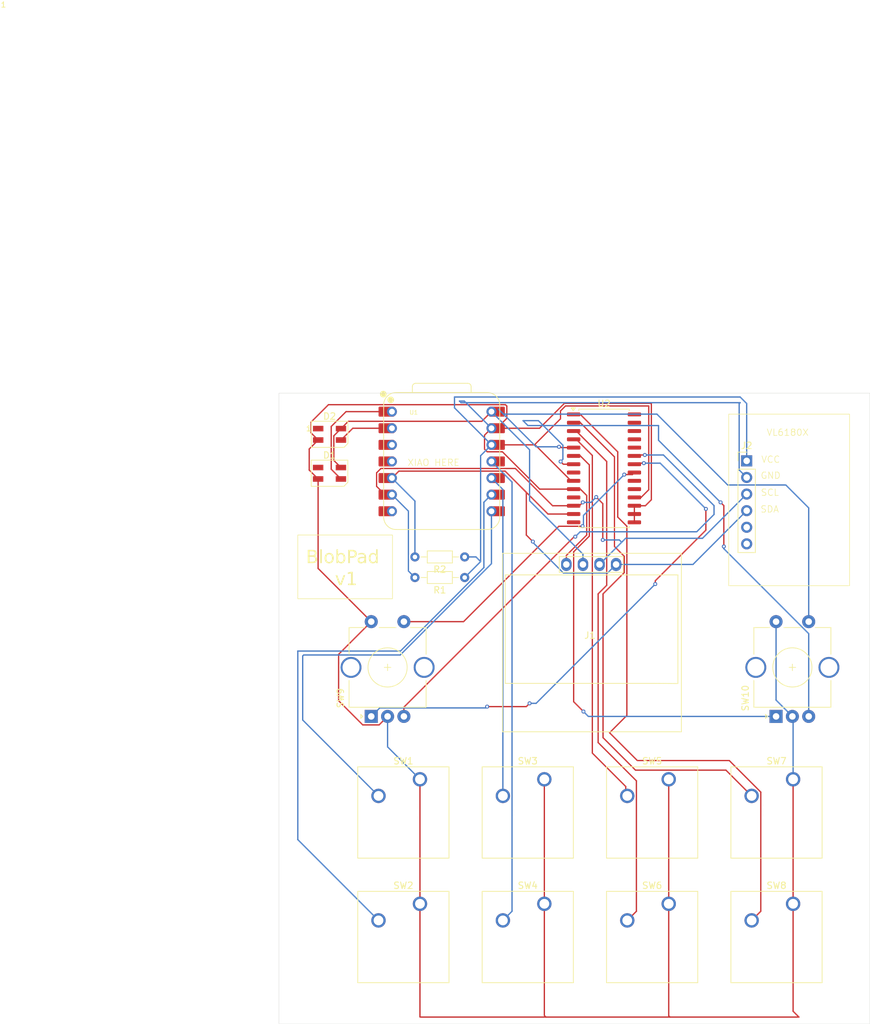
<source format=kicad_pcb>
(kicad_pcb (version 20240108) (generator "pcbnew") (generator_version "8.0")
  (layers (0 "F.Cu" signal) (31 "B.Cu" signal) (34 "B.Paste" user) (35 "F.Paste" user) (36 "B.SilkS" user "B.Silkscreen") (37 "F.SilkS" user "F.Silkscreen") (38 "B.Mask" user) (39 "F.Mask" user) (44 "Edge.Cuts" user))
  (net 0 "")
  (net 1 "Net-(D1-DIN)")
  (net 2 "+5V")
  (net 3 "GND")
  (net 6 "Net-(D2-DIN)")
  (net 7 "Net-(U1-GPIO1{slash}RX)")
  (net 8 "Net-(U1-GPIO2{slash}SCK)")
  (net 9 "Net-(U1-GPIO4{slash}MISO)")
  (net 10 "Net-(U1-GPIO3{slash}MOSI)")
  (net 11 "Net-(U2-GPB3)")
  (net 12 "Net-(U2-GPB2)")
  (net 13 "Net-(U2-GPB1)")
  (net 14 "Net-(U2-GPB0)")
  (net 15 "+3.3V")
  (net 16 "Net-(J1-Pin_4)")
  (net 17 "Net-(J1-Pin_3)")
  (net 22 "Net-(U2-GPA0)")
  (net 25 "Net-(U2-GPB6)")
  (net 26 "Net-(U2-GPA2)")
  (net 30 "Net-(U2-GPA1)")
  (net 33 "Net-(U2-GPB4)")
  (net 34 "Net-(U2-GPB5)")
  (footprint "LED_SMD:LED_SK6812MINI_PLCC4_3.5x3.5mm_P1.75mm" (layer "F.Cu") (at 90.11 73.045)
    (property "Reference" "D1" (at 0 -2.75 0) (layer "F.SilkS"))
    (property "Value" "SK6812MINI")
    (fp_text user "1" (at -49.945 -71.675 0) (layer "F.SilkS") (effects (font (size 0.8 0.8))))
    (pad "1" smd rect (at -1.75 -0.875) (size 1.6 0.85) (layers "F.Cu" "F.Paste" "F.Mask"))
    (pad "2" smd rect (at -1.75 0.875) (size 1.6 0.85) (layers "F.Cu" "F.Paste" "F.Mask") (net 3 "GND"))
    (pad "3" smd rect (at 1.75 0.875) (size 1.6 0.85) (layers "F.Cu" "F.Paste" "F.Mask") (net 1 "Net-(D1-DIN)"))
    (pad "4" smd rect (at 1.75 -0.875) (size 1.6 0.85) (layers "F.Cu" "F.Paste" "F.Mask") (net 2 "+5V"))
  )
  (footprint "LED_SMD:LED_SK6812MINI_PLCC4_3.5x3.5mm_P1.75mm" (layer "F.Cu") (at 90.12 67.08875)
    (property "Reference" "D2" (at 0 -2.75 0) (layer "F.SilkS"))
    (property "Value" "SK6812MINI")
    (fp_text user "1" (at -3.2 -0.875 0) (layer "F.SilkS") (effects (font (size 0.8 0.8))))
    (pad "1" smd rect (at -1.75 -0.875) (size 1.6 0.85) (layers "F.Cu" "F.Paste" "F.Mask"))
    (pad "2" smd rect (at -1.75 0.875) (size 1.6 0.85) (layers "F.Cu" "F.Paste" "F.Mask") (net 3 "GND"))
    (pad "3" smd rect (at 1.75 0.875) (size 1.6 0.85) (layers "F.Cu" "F.Paste" "F.Mask") (net 6 "Net-(D2-DIN)"))
    (pad "4" smd rect (at 1.75 -0.875) (size 1.6 0.85) (layers "F.Cu" "F.Paste" "F.Mask") (net 2 "+5V"))
  )
  (footprint "Button_Switch_Keyboard:SW_Cherry_MX_1.00u_PCB" (layer "F.Cu") (at 161.11 138.92)
    (property "Reference" "SW8" (at -2.54 -2.794 0) (layer "F.SilkS"))
    (property "Value" "SW_Push")
    (pad "" np_thru_hole circle (at -7.62 5.08) (size 1.7 1.7) (drill 1.7) (layers "*.Cu" "*.Mask"))
    (pad "" np_thru_hole circle (at -2.54 5.08) (size 4 4) (drill 4) (layers "*.Cu" "*.Mask"))
    (pad "" np_thru_hole circle (at 2.54 5.08) (size 1.7 1.7) (drill 1.7) (layers "*.Cu" "*.Mask"))
    (pad "1" thru_hole circle (at 0 0) (size 2.2 2.2) (drill 1.5) (layers "*.Cu" "*.Mask") (net 3 "GND"))
    (pad "2" thru_hole circle (at -6.35 2.54) (size 2.2 2.2) (drill 1.5) (layers "*.Cu" "*.Mask") (net 14 "Net-(U2-GPB0)"))
  )
  (footprint "Button_Switch_Keyboard:SW_Cherry_MX_1.00u_PCB" (layer "F.Cu") (at 123.01 138.92)
    (property "Reference" "SW4" (at -2.54 -2.794 0) (layer "F.SilkS"))
    (property "Value" "SW_Push")
    (pad "" np_thru_hole circle (at -7.62 5.08) (size 1.7 1.7) (drill 1.7) (layers "*.Cu" "*.Mask"))
    (pad "" np_thru_hole circle (at -2.54 5.08) (size 4 4) (drill 4) (layers "*.Cu" "*.Mask"))
    (pad "" np_thru_hole circle (at 2.54 5.08) (size 1.7 1.7) (drill 1.7) (layers "*.Cu" "*.Mask"))
    (pad "1" thru_hole circle (at 0 0) (size 2.2 2.2) (drill 1.5) (layers "*.Cu" "*.Mask") (net 3 "GND"))
    (pad "2" thru_hole circle (at -6.35 2.54) (size 2.2 2.2) (drill 1.5) (layers "*.Cu" "*.Mask") (net 10 "Net-(U1-GPIO3{slash}MOSI)"))
  )
  (footprint "Rotary_Encoder:RotaryEncoder_Alps_EC11E-Switch_Vertical_H20mm_CircularMountingHoles" (layer "F.Cu") (at 158.5 110.25 90)
    (property "Reference" "SW10" (at 2.8 -4.7 90) (layer "F.SilkS"))
    (property "Value" "RotaryEncoder_Switch")
    (pad "A" thru_hole rect (at 0 0 90) (size 2 2) (drill 1) (layers "*.Cu" "*.Mask") (net 34 "Net-(U2-GPB5)"))
    (pad "B" thru_hole circle (at 0 5 90) (size 2 2) (drill 1) (layers "*.Cu" "*.Mask") (net 25 "Net-(U2-GPB6)"))
    (pad "C" thru_hole circle (at 0 2.5 90) (size 2 2) (drill 1) (layers "*.Cu" "*.Mask") (net 3 "GND"))
    (pad "MP" thru_hole circle (at 7.5 -3.1 90) (size 3.2 3.2) (drill 2.6) (layers "*.Cu" "*.Mask"))
    (pad "MP" thru_hole circle (at 7.5 8.1 90) (size 3.2 3.2) (drill 2.6) (layers "*.Cu" "*.Mask"))
    (pad "S1" thru_hole circle (at 14.5 5 90) (size 2 2) (drill 1) (layers "*.Cu" "*.Mask") (net 33 "Net-(U2-GPB4)"))
    (pad "S2" thru_hole circle (at 14.5 0 90) (size 2 2) (drill 1) (layers "*.Cu" "*.Mask") (net 3 "GND"))
  )
  (footprint "OLED:128x64OLED" (layer "F.Cu") (at 130 97.6)
    (property "Reference" "J1" (at 0 0.254 0) (layer "F.SilkS"))
    (property "Value" "Conn_01x04_Pin")
    (pad "1" thru_hole oval (at -3.62 -10.6 90) (size 2 1.6) (drill 1) (layers "*.Cu" "*.Mask") (net 3 "GND"))
    (pad "2" thru_hole oval (at -1.08 -10.6 90) (size 2 1.6) (drill 1) (layers "*.Cu" "*.Mask") (net 2 "+5V"))
    (pad "3" thru_hole oval (at 1.46 -10.6 90) (size 2 1.6) (drill 1) (layers "*.Cu" "*.Mask") (net 17 "Net-(J1-Pin_3)"))
    (pad "4" thru_hole oval (at 4 -10.6 90) (size 2 1.6) (drill 1) (layers "*.Cu" "*.Mask") (net 16 "Net-(J1-Pin_4)"))
  )
  (footprint "Button_Switch_Keyboard:SW_Cherry_MX_1.00u_PCB" (layer "F.Cu") (at 103.96 119.87)
    (property "Reference" "SW1" (at -2.54 -2.794 0) (layer "F.SilkS"))
    (property "Value" "SW_Push")
    (pad "" np_thru_hole circle (at -7.62 5.08) (size 1.7 1.7) (drill 1.7) (layers "*.Cu" "*.Mask"))
    (pad "" np_thru_hole circle (at -2.54 5.08) (size 4 4) (drill 4) (layers "*.Cu" "*.Mask"))
    (pad "" np_thru_hole circle (at 2.54 5.08) (size 1.7 1.7) (drill 1.7) (layers "*.Cu" "*.Mask"))
    (pad "1" thru_hole circle (at 0 0) (size 2.2 2.2) (drill 1.5) (layers "*.Cu" "*.Mask") (net 3 "GND"))
    (pad "2" thru_hole circle (at -6.35 2.54) (size 2.2 2.2) (drill 1.5) (layers "*.Cu" "*.Mask") (net 7 "Net-(U1-GPIO1{slash}RX)"))
  )
  (footprint "Resistor_THT:R_Axial_DIN0204_L3.6mm_D1.6mm_P7.62mm_Horizontal" (layer "F.Cu") (at 110.81 89 180)
    (property "Reference" "R1" (at 3.81 -1.92 0) (layer "F.SilkS"))
    (property "Value" "R")
    (pad "1" thru_hole circle (at 0 0 180) (size 1.4 1.4) (drill 0.7) (layers "*.Cu" "*.Mask") (net 15 "+3.3V"))
    (pad "2" thru_hole oval (at 7.62 0 180) (size 1.4 1.4) (drill 0.7) (layers "*.Cu" "*.Mask") (net 17 "Net-(J1-Pin_3)"))
  )
  (footprint "Resistor_THT:R_Axial_DIN0204_L3.6mm_D1.6mm_P7.62mm_Horizontal" (layer "F.Cu") (at 110.81 85.85 180)
    (property "Reference" "R2" (at 3.81 -1.92 0) (layer "F.SilkS"))
    (property "Value" "R")
    (pad "1" thru_hole circle (at 0 0 180) (size 1.4 1.4) (drill 0.7) (layers "*.Cu" "*.Mask") (net 15 "+3.3V"))
    (pad "2" thru_hole oval (at 7.62 0 180) (size 1.4 1.4) (drill 0.7) (layers "*.Cu" "*.Mask") (net 16 "Net-(J1-Pin_4)"))
  )
  (footprint "Connector_PinHeader_2.54mm:PinHeader_1x06_P2.54mm_Vertical" (layer "F.Cu") (at 154 71.15)
    (property "Reference" "J2" (at 0 -2.33 0) (layer "F.SilkS"))
    (property "Value" "Conn_01x06_Pin")
    (pad "1" thru_hole rect (at 0 0) (size 1.7 1.7) (drill 1) (layers "*.Cu" "*.Mask") (net 15 "+3.3V"))
    (pad "2" thru_hole oval (at 0 2.54) (size 1.7 1.7) (drill 1) (layers "*.Cu" "*.Mask") (net 3 "GND"))
    (pad "3" thru_hole oval (at 0 5.08) (size 1.7 1.7) (drill 1) (layers "*.Cu" "*.Mask") (net 17 "Net-(J1-Pin_3)"))
    (pad "4" thru_hole oval (at 0 7.62) (size 1.7 1.7) (drill 1) (layers "*.Cu" "*.Mask") (net 16 "Net-(J1-Pin_4)"))
    (pad "5" thru_hole oval (at 0 10.16) (size 1.7 1.7) (drill 1) (layers "*.Cu" "*.Mask"))
    (pad "6" thru_hole oval (at 0 12.7) (size 1.7 1.7) (drill 1) (layers "*.Cu" "*.Mask"))
  )
  (footprint "Rotary_Encoder:RotaryEncoder_Alps_EC11E-Switch_Vertical_H20mm_CircularMountingHoles" (layer "F.Cu") (at 96.5 110.25 90)
    (property "Reference" "SW9" (at 2.8 -4.7 90) (layer "F.SilkS"))
    (property "Value" "RotaryEncoder_Switch")
    (pad "A" thru_hole rect (at 0 0 90) (size 2 2) (drill 1) (layers "*.Cu" "*.Mask") (net 30 "Net-(U2-GPA1)"))
    (pad "B" thru_hole circle (at 0 5 90) (size 2 2) (drill 1) (layers "*.Cu" "*.Mask") (net 26 "Net-(U2-GPA2)"))
    (pad "C" thru_hole circle (at 0 2.5 90) (size 2 2) (drill 1) (layers "*.Cu" "*.Mask") (net 3 "GND"))
    (pad "MP" thru_hole circle (at 7.5 -3.1 90) (size 3.2 3.2) (drill 2.6) (layers "*.Cu" "*.Mask"))
    (pad "MP" thru_hole circle (at 7.5 8.1 90) (size 3.2 3.2) (drill 2.6) (layers "*.Cu" "*.Mask"))
    (pad "S1" thru_hole circle (at 14.5 5 90) (size 2 2) (drill 1) (layers "*.Cu" "*.Mask") (net 22 "Net-(U2-GPA0)"))
    (pad "S2" thru_hole circle (at 14.5 0 90) (size 2 2) (drill 1) (layers "*.Cu" "*.Mask") (net 3 "GND"))
  )
  (footprint "Button_Switch_Keyboard:SW_Cherry_MX_1.00u_PCB" (layer "F.Cu") (at 161.11 119.87)
    (property "Reference" "SW7" (at -2.54 -2.794 0) (layer "F.SilkS"))
    (property "Value" "SW_Push")
    (pad "" np_thru_hole circle (at -7.62 5.08) (size 1.7 1.7) (drill 1.7) (layers "*.Cu" "*.Mask"))
    (pad "" np_thru_hole circle (at -2.54 5.08) (size 4 4) (drill 4) (layers "*.Cu" "*.Mask"))
    (pad "" np_thru_hole circle (at 2.54 5.08) (size 1.7 1.7) (drill 1.7) (layers "*.Cu" "*.Mask"))
    (pad "1" thru_hole circle (at 0 0) (size 2.2 2.2) (drill 1.5) (layers "*.Cu" "*.Mask") (net 3 "GND"))
    (pad "2" thru_hole circle (at -6.35 2.54) (size 2.2 2.2) (drill 1.5) (layers "*.Cu" "*.Mask") (net 13 "Net-(U2-GPB1)"))
  )
  (footprint "Button_Switch_Keyboard:SW_Cherry_MX_1.00u_PCB" (layer "F.Cu") (at 142.06 119.87)
    (property "Reference" "SW5" (at -2.54 -2.794 0) (layer "F.SilkS"))
    (property "Value" "SW_Push")
    (pad "" np_thru_hole circle (at -7.62 5.08) (size 1.7 1.7) (drill 1.7) (layers "*.Cu" "*.Mask"))
    (pad "" np_thru_hole circle (at -2.54 5.08) (size 4 4) (drill 4) (layers "*.Cu" "*.Mask"))
    (pad "" np_thru_hole circle (at 2.54 5.08) (size 1.7 1.7) (drill 1.7) (layers "*.Cu" "*.Mask"))
    (pad "1" thru_hole circle (at 0 0) (size 2.2 2.2) (drill 1.5) (layers "*.Cu" "*.Mask") (net 3 "GND"))
    (pad "2" thru_hole circle (at -6.35 2.54) (size 2.2 2.2) (drill 1.5) (layers "*.Cu" "*.Mask") (net 11 "Net-(U2-GPB3)"))
  )
  (footprint "Package_SO:SOIC-28W_7.5x17.9mm_P1.27mm" (layer "F.Cu") (at 132.15 72.3)
    (property "Reference" "U2" (at 0 -9.9 0) (layer "F.SilkS"))
    (property "Value" "MCP23017_SO")
    (pad "1" smd roundrect (at -4.65 -8.255) (size 2.05 0.6) (layers "F.Cu" "F.Paste" "F.Mask") (net 14 "Net-(U2-GPB0)"))
    (pad "2" smd roundrect (at -4.65 -6.985) (size 2.05 0.6) (layers "F.Cu" "F.Paste" "F.Mask") (net 13 "Net-(U2-GPB1)"))
    (pad "3" smd roundrect (at -4.65 -5.715) (size 2.05 0.6) (layers "F.Cu" "F.Paste" "F.Mask") (net 12 "Net-(U2-GPB2)"))
    (pad "4" smd roundrect (at -4.65 -4.445) (size 2.05 0.6) (layers "F.Cu" "F.Paste" "F.Mask") (net 11 "Net-(U2-GPB3)"))
    (pad "5" smd roundrect (at -4.65 -3.175) (size 2.05 0.6) (layers "F.Cu" "F.Paste" "F.Mask") (net 33 "Net-(U2-GPB4)"))
    (pad "6" smd roundrect (at -4.65 -1.905) (size 2.05 0.6) (layers "F.Cu" "F.Paste" "F.Mask") (net 34 "Net-(U2-GPB5)"))
    (pad "7" smd roundrect (at -4.65 -0.635) (size 2.05 0.6) (layers "F.Cu" "F.Paste" "F.Mask") (net 25 "Net-(U2-GPB6)"))
    (pad "8" smd roundrect (at -4.65 0.635) (size 2.05 0.6) (layers "F.Cu" "F.Paste" "F.Mask"))
    (pad "9" smd roundrect (at -4.65 1.905) (size 2.05 0.6) (layers "F.Cu" "F.Paste" "F.Mask") (net 15 "+3.3V"))
    (pad "10" smd roundrect (at -4.65 3.175) (size 2.05 0.6) (layers "F.Cu" "F.Paste" "F.Mask") (net 3 "GND"))
    (pad "11" smd roundrect (at -4.65 4.445) (size 2.05 0.6) (layers "F.Cu" "F.Paste" "F.Mask"))
    (pad "12" smd roundrect (at -4.65 5.715) (size 2.05 0.6) (layers "F.Cu" "F.Paste" "F.Mask") (net 17 "Net-(J1-Pin_3)"))
    (pad "13" smd roundrect (at -4.65 6.985) (size 2.05 0.6) (layers "F.Cu" "F.Paste" "F.Mask") (net 16 "Net-(J1-Pin_4)"))
    (pad "14" smd roundrect (at -4.65 8.255) (size 2.05 0.6) (layers "F.Cu" "F.Paste" "F.Mask"))
    (pad "15" smd roundrect (at 4.65 8.255) (size 2.05 0.6) (layers "F.Cu" "F.Paste" "F.Mask") (net 3 "GND"))
    (pad "16" smd roundrect (at 4.65 6.985) (size 2.05 0.6) (layers "F.Cu" "F.Paste" "F.Mask") (net 3 "GND"))
    (pad "17" smd roundrect (at 4.65 5.715) (size 2.05 0.6) (layers "F.Cu" "F.Paste" "F.Mask") (net 3 "GND"))
    (pad "18" smd roundrect (at 4.65 4.445) (size 2.05 0.6) (layers "F.Cu" "F.Paste" "F.Mask") (net 15 "+3.3V"))
    (pad "19" smd roundrect (at 4.65 3.175) (size 2.05 0.6) (layers "F.Cu" "F.Paste" "F.Mask"))
    (pad "20" smd roundrect (at 4.65 1.905) (size 2.05 0.6) (layers "F.Cu" "F.Paste" "F.Mask"))
    (pad "21" smd roundrect (at 4.65 0.635) (size 2.05 0.6) (layers "F.Cu" "F.Paste" "F.Mask") (net 22 "Net-(U2-GPA0)"))
    (pad "22" smd roundrect (at 4.65 -0.635) (size 2.05 0.6) (layers "F.Cu" "F.Paste" "F.Mask") (net 30 "Net-(U2-GPA1)"))
    (pad "23" smd roundrect (at 4.65 -1.905) (size 2.05 0.6) (layers "F.Cu" "F.Paste" "F.Mask") (net 26 "Net-(U2-GPA2)"))
    (pad "24" smd roundrect (at 4.65 -3.175) (size 2.05 0.6) (layers "F.Cu" "F.Paste" "F.Mask"))
    (pad "25" smd roundrect (at 4.65 -4.445) (size 2.05 0.6) (layers "F.Cu" "F.Paste" "F.Mask"))
    (pad "26" smd roundrect (at 4.65 -5.715) (size 2.05 0.6) (layers "F.Cu" "F.Paste" "F.Mask"))
    (pad "27" smd roundrect (at 4.65 -6.985) (size 2.05 0.6) (layers "F.Cu" "F.Paste" "F.Mask"))
    (pad "28" smd roundrect (at 4.65 -8.255) (size 2.05 0.6) (layers "F.Cu" "F.Paste" "F.Mask"))
  )
  (footprint "Button_Switch_Keyboard:SW_Cherry_MX_1.00u_PCB" (layer "F.Cu") (at 123.01 119.87)
    (property "Reference" "SW3" (at -2.54 -2.794 0) (layer "F.SilkS"))
    (property "Value" "SW_Push")
    (pad "" np_thru_hole circle (at -7.62 5.08) (size 1.7 1.7) (drill 1.7) (layers "*.Cu" "*.Mask"))
    (pad "" np_thru_hole circle (at -2.54 5.08) (size 4 4) (drill 4) (layers "*.Cu" "*.Mask"))
    (pad "" np_thru_hole circle (at 2.54 5.08) (size 1.7 1.7) (drill 1.7) (layers "*.Cu" "*.Mask"))
    (pad "1" thru_hole circle (at 0 0) (size 2.2 2.2) (drill 1.5) (layers "*.Cu" "*.Mask") (net 3 "GND"))
    (pad "2" thru_hole circle (at -6.35 2.54) (size 2.2 2.2) (drill 1.5) (layers "*.Cu" "*.Mask") (net 9 "Net-(U1-GPIO4{slash}MISO)"))
  )
  (footprint "OPL:XIAO-RP2040-DIP" (layer "F.Cu") (at 107.29 71.24)
    (property "Reference" "U1" (at -4.29 -7.49 0) (layer "F.SilkS") (effects (font (size 0.635 0.635) (thickness 0.1016))))
    (property "Value" "XIAO-RP2040-DIP")
    (pad "1" smd roundrect (at -8.455 -7.62 180) (size 2.432 1.524) (layers "F.Cu" "F.Mask") (roundrect_rratio 0.1) (net 1 "Net-(D1-DIN)"))
    (pad "1" thru_hole circle (at -7.62 -7.62 180) (size 1.524 1.524) (drill 0.889) (layers "*.Cu" "*.Mask") (net 1 "Net-(D1-DIN)"))
    (pad "2" smd roundrect (at -8.455 -5.08 180) (size 2.432 1.524) (layers "F.Cu" "F.Mask") (roundrect_rratio 0.1) (net 6 "Net-(D2-DIN)"))
    (pad "2" thru_hole circle (at -7.62 -5.08 180) (size 1.524 1.524) (drill 0.889) (layers "*.Cu" "*.Mask") (net 6 "Net-(D2-DIN)"))
    (pad "3" smd roundrect (at -8.455 -2.54 180) (size 2.432 1.524) (layers "F.Cu" "F.Mask") (roundrect_rratio 0.1))
    (pad "3" thru_hole circle (at -7.62 -2.54 180) (size 1.524 1.524) (drill 0.889) (layers "*.Cu" "*.Mask"))
    (pad "4" smd roundrect (at -8.455 0 180) (size 2.432 1.524) (layers "F.Cu" "F.Mask") (roundrect_rratio 0.1))
    (pad "4" thru_hole circle (at -7.62 0 180) (size 1.524 1.524) (drill 0.889) (layers "*.Cu" "*.Mask"))
    (pad "5" smd roundrect (at -8.455 2.54 180) (size 2.432 1.524) (layers "F.Cu" "F.Mask") (roundrect_rratio 0.1) (net 16 "Net-(J1-Pin_4)"))
    (pad "5" thru_hole circle (at -7.62 2.54 180) (size 1.524 1.524) (drill 0.889) (layers "*.Cu" "*.Mask") (net 16 "Net-(J1-Pin_4)"))
    (pad "6" smd roundrect (at -8.455 5.08 180) (size 2.432 1.524) (layers "F.Cu" "F.Mask") (roundrect_rratio 0.1) (net 17 "Net-(J1-Pin_3)"))
    (pad "6" thru_hole circle (at -7.62 5.08 180) (size 1.524 1.524) (drill 0.889) (layers "*.Cu" "*.Mask") (net 17 "Net-(J1-Pin_3)"))
    (pad "7" smd roundrect (at -8.455 7.62 180) (size 2.432 1.524) (layers "F.Cu" "F.Mask") (roundrect_rratio 0.1))
    (pad "7" thru_hole circle (at -7.62 7.62 180) (size 1.524 1.524) (drill 0.889) (layers "*.Cu" "*.Mask"))
    (pad "8" thru_hole circle (at 7.62 7.62) (size 1.524 1.524) (drill 0.889) (layers "*.Cu" "*.Mask") (net 7 "Net-(U1-GPIO1{slash}RX)"))
    (pad "8" smd roundrect (at 8.455 7.62) (size 2.432 1.524) (layers "F.Cu" "F.Mask") (roundrect_rratio 0.1) (net 7 "Net-(U1-GPIO1{slash}RX)"))
    (pad "9" thru_hole circle (at 7.62 5.08) (size 1.524 1.524) (drill 0.889) (layers "*.Cu" "*.Mask") (net 8 "Net-(U1-GPIO2{slash}SCK)"))
    (pad "9" smd roundrect (at 8.455 5.08) (size 2.432 1.524) (layers "F.Cu" "F.Mask") (roundrect_rratio 0.1) (net 8 "Net-(U1-GPIO2{slash}SCK)"))
    (pad "10" thru_hole circle (at 7.62 2.54) (size 1.524 1.524) (drill 0.889) (layers "*.Cu" "*.Mask") (net 9 "Net-(U1-GPIO4{slash}MISO)"))
    (pad "10" smd roundrect (at 8.455 2.54) (size 2.432 1.524) (layers "F.Cu" "F.Mask") (roundrect_rratio 0.1) (net 9 "Net-(U1-GPIO4{slash}MISO)"))
    (pad "11" thru_hole circle (at 7.62 0) (size 1.524 1.524) (drill 0.889) (layers "*.Cu" "*.Mask") (net 10 "Net-(U1-GPIO3{slash}MOSI)"))
    (pad "11" smd roundrect (at 8.455 0) (size 2.432 1.524) (layers "F.Cu" "F.Mask") (roundrect_rratio 0.1) (net 10 "Net-(U1-GPIO3{slash}MOSI)"))
    (pad "12" thru_hole circle (at 7.62 -2.54) (size 1.524 1.524) (drill 0.889) (layers "*.Cu" "*.Mask") (net 15 "+3.3V"))
    (pad "12" smd roundrect (at 8.455 -2.54) (size 2.432 1.524) (layers "F.Cu" "F.Mask") (roundrect_rratio 0.1) (net 15 "+3.3V"))
    (pad "13" thru_hole circle (at 7.62 -5.08) (size 1.524 1.524) (drill 0.889) (layers "*.Cu" "*.Mask") (net 3 "GND"))
    (pad "13" smd roundrect (at 8.455 -5.08) (size 2.432 1.524) (layers "F.Cu" "F.Mask") (roundrect_rratio 0.1) (net 3 "GND"))
    (pad "14" thru_hole circle (at 7.62 -7.62) (size 1.524 1.524) (drill 0.889) (layers "*.Cu" "*.Mask") (net 2 "+5V"))
    (pad "14" smd roundrect (at 8.455 -7.62) (size 2.432 1.524) (layers "F.Cu" "F.Mask") (roundrect_rratio 0.1) (net 2 "+5V"))
  )
  (footprint "Button_Switch_Keyboard:SW_Cherry_MX_1.00u_PCB" (layer "F.Cu") (at 103.96 138.92)
    (property "Reference" "SW2" (at -2.54 -2.794 0) (layer "F.SilkS"))
    (property "Value" "SW_Push")
    (pad "" np_thru_hole circle (at -7.62 5.08) (size 1.7 1.7) (drill 1.7) (layers "*.Cu" "*.Mask"))
    (pad "" np_thru_hole circle (at -2.54 5.08) (size 4 4) (drill 4) (layers "*.Cu" "*.Mask"))
    (pad "" np_thru_hole circle (at 2.54 5.08) (size 1.7 1.7) (drill 1.7) (layers "*.Cu" "*.Mask"))
    (pad "1" thru_hole circle (at 0 0) (size 2.2 2.2) (drill 1.5) (layers "*.Cu" "*.Mask") (net 3 "GND"))
    (pad "2" thru_hole circle (at -6.35 2.54) (size 2.2 2.2) (drill 1.5) (layers "*.Cu" "*.Mask") (net 8 "Net-(U1-GPIO2{slash}SCK)"))
  )
  (footprint "Button_Switch_Keyboard:SW_Cherry_MX_1.00u_PCB" (layer "F.Cu") (at 142.06 138.92)
    (property "Reference" "SW6" (at -2.54 -2.794 0) (layer "F.SilkS"))
    (property "Value" "SW_Push")
    (pad "" np_thru_hole circle (at -7.62 5.08) (size 1.7 1.7) (drill 1.7) (layers "*.Cu" "*.Mask"))
    (pad "" np_thru_hole circle (at -2.54 5.08) (size 4 4) (drill 4) (layers "*.Cu" "*.Mask"))
    (pad "" np_thru_hole circle (at 2.54 5.08) (size 1.7 1.7) (drill 1.7) (layers "*.Cu" "*.Mask"))
    (pad "1" thru_hole circle (at 0 0) (size 2.2 2.2) (drill 1.5) (layers "*.Cu" "*.Mask") (net 3 "GND"))
    (pad "2" thru_hole circle (at -6.35 2.54) (size 2.2 2.2) (drill 1.5) (layers "*.Cu" "*.Mask") (net 12 "Net-(U2-GPB2)"))
  )
  (gr_rect (start 151.25 64) (end 169.75 90.25) (stroke (width 0.1)) (fill none) (layer "F.SilkS"))
  (gr_rect (start 85.25 82.5) (end 99.75 92.25) (stroke (width 0.1)) (fill none) (layer "F.SilkS"))
  (gr_rect (start 82.37 60.78) (end 172.87 157.28) (stroke (width 0.05)) (fill none) (layer "Edge.Cuts"))
  (gr_text "XIAO HERE" (at 102 72 0) (layer "F.SilkS") (effects (font (size 1 1) (thickness 0.1)) (justify left bottom)))
  (gr_text "GND" (at 156.08 73.97 0) (layer "F.SilkS") (effects (font (size 1 1) (thickness 0.1)) (justify left bottom)))
  (gr_text "VCC" (at 156.18 71.52 0) (layer "F.SilkS") (effects (font (size 1 1) (thickness 0.1)) (justify left bottom)))
  (gr_text "SCL" (at 156.11 76.57 0) (layer "F.SilkS") (effects (font (size 1 1) (thickness 0.1)) (justify left bottom)))
  (gr_text "SDA" (at 156.06 79.13 0) (layer "F.SilkS") (effects (font (size 1 1) (thickness 0.1)) (justify left bottom)))
  (gr_text "VL6180X\n\n" (at 157 69 0) (layer "F.SilkS") (effects (font (size 1 1) (thickness 0.1)) (justify left bottom)))
  (gr_text "BlobPad\n     v1" (at 86.5 90.5 0) (layer "F.SilkS") (effects (font (size 2 2) (thickness 0.1)) (justify left bottom)))
  (segment (start 90.37 65.88875) (end 92.63875 63.62) (width 0.2) (layer "F.Cu") (net 1))
  (segment (start 90.37 72.43) (end 90.37 65.88875) (width 0.2) (layer "F.Cu") (net 1))
  (segment (start 91.86 73.92) (end 90.37 72.43) (width 0.2) (layer "F.Cu") (net 1))
  (segment (start 92.63875 63.62) (end 99.67 63.62) (width 0.2) (layer "F.Cu") (net 1))
  (segment (start 91.87 66.21375) (end 90.77 67.31375) (width 0.2) (layer "F.Cu") (net 2))
  (segment (start 90.77 67.31375) (end 90.77 71.08) (width 0.2) (layer "F.Cu") (net 2))
  (segment (start 113.432 65.098) (end 114.91 63.62) (width 0.2) (layer "F.Cu") (net 2))
  (segment (start 90.77 71.08) (end 91.86 72.17) (width 0.2) (layer "F.Cu") (net 2))
  (segment (start 92.98575 65.098) (end 113.432 65.098) (width 0.2) (layer "F.Cu") (net 2))
  (segment (start 91.87 66.21375) (end 92.98575 65.098) (width 0.2) (layer "F.Cu") (net 2))
  (segment (start 114.91 63.62) (end 120.75 69.46) (width 0.2) (layer "B.Cu") (net 2))
  (segment (start 128.92 85.42) (end 128.92 87) (width 0.2) (layer "B.Cu") (net 2))
  (segment (start 120.75 69.46) (end 120.75 77.25) (width 0.2) (layer "B.Cu") (net 2))
  (segment (start 120.75 77.25) (end 128.92 85.42) (width 0.2) (layer "B.Cu") (net 2))
  (segment (start 87 72.56) (end 88.36 73.92) (width 0.2) (layer "F.Cu") (net 3))
  (segment (start 103.96 138.92) (end 103.96 156.21) (width 0.2) (layer "F.Cu") (net 3))
  (segment (start 123.25 156.25) (end 142.25 156.25) (width 0.2) (layer "F.Cu") (net 3))
  (segment (start 113.848 67.222) (end 114.91 66.16) (width 0.2) (layer "F.Cu") (net 3))
  (segment (start 113.848 69.348) (end 113.848 67.222) (width 0.2) (layer "F.Cu") (net 3))
  (segment (start 129.5 82.5) (end 129.5 76.450001) (width 0.2) (layer "F.Cu") (net 3))
  (segment (start 88.37 67.96375) (end 87.27 66.86375) (width 0.2) (layer "F.Cu") (net 3))
  (segment (start 161.11 155.36) (end 161.11 138.92) (width 0.2) (layer "F.Cu") (net 3))
  (segment (start 162 156.25) (end 161.11 155.36) (width 0.2) (layer "F.Cu") (net 3))
  (segment (start 88.36 73.92) (end 88.36 87.61) (width 0.2) (layer "F.Cu") (net 3))
  (segment (start 103.96 138.92) (end 103.96 119.87) (width 0.2) (layer "F.Cu") (net 3))
  (segment (start 161.11 138.92) (end 161.11 119.87) (width 0.2) (layer "F.Cu") (net 3))
  (segment (start 126.38 85.62) (end 129.5 82.5) (width 0.2) (layer "F.Cu") (net 3))
  (segment (start 99 110.25) (end 97.7 111.55) (width 0.2) (layer "F.Cu") (net 3))
  (segment (start 142.06 138.92) (end 142.06 119.87) (width 0.2) (layer "F.Cu") (net 3))
  (segment (start 127.5 75.475) (end 122.297214 75.475) (width 0.2) (layer "F.Cu") (net 3))
  (segment (start 123.01 138.92) (end 123.01 119.87) (width 0.2) (layer "F.Cu") (net 3))
  (segment (start 116.584214 69.762) (end 114.262 69.762) (width 0.2) (layer "F.Cu") (net 3))
  (segment (start 139.4 77.1) (end 138.485 78.015) (width 0.2) (layer "F.Cu") (net 3))
  (segment (start 126.38 87) (end 126.38 85.62) (width 0.2) (layer "F.Cu") (net 3))
  (segment (start 89.942 62.558) (end 117.058 62.558) (width 0.2) (layer "F.Cu") (net 3))
  (segment (start 122.297214 75.475) (end 116.584214 69.762) (width 0.2) (layer "F.Cu") (net 3))
  (segment (start 139.4 62.4) (end 139.4 77.1) (width 0.2) (layer "F.Cu") (net 3))
  (segment (start 88.37 67.96375) (end 87 69.33375) (width 0.2) (layer "F.Cu") (net 3))
  (segment (start 97.7 111.55) (end 95.2 111.55) (width 0.2) (layer "F.Cu") (net 3))
  (segment (start 114.262 69.762) (end 113.848 69.348) (width 0.2) (layer "F.Cu") (net 3))
  (segment (start 114.91 66.16) (end 122.274314 66.16) (width 0.2) (layer "F.Cu") (net 3))
  (segment (start 139.35 62.35) (end 139.4 62.4) (width 0.2) (layer "F.Cu") (net 3))
  (segment (start 142.06 138.92) (end 142.06 156.06) (width 0.2) (layer "F.Cu") (net 3))
  (segment (start 91.5 107.85) (end 91.5 100.75) (width 0.2) (layer "F.Cu") (net 3))
  (segment (start 136.8 78.015) (end 136.8 79.285) (width 0.2) (layer "F.Cu") (net 3))
  (segment (start 138.485 78.015) (end 136.8 78.015) (width 0.2) (layer "F.Cu") (net 3))
  (segment (start 91.5 100.75) (end 96.5 95.75) (width 0.2) (layer "F.Cu") (net 3))
  (segment (start 142.06 156.06) (end 142.25 156.25) (width 0.2) (layer "F.Cu") (net 3))
  (segment (start 142.25 156.25) (end 162 156.25) (width 0.2) (layer "F.Cu") (net 3))
  (segment (start 129.5 76.450001) (end 128.524999 75.475) (width 0.2) (layer "F.Cu") (net 3))
  (segment (start 87.27 66.86375) (end 87.27 65.23) (width 0.2) (layer "F.Cu") (net 3))
  (segment (start 87 69.33375) (end 87 72.56) (width 0.2) (layer "F.Cu") (net 3))
  (segment (start 123.01 156.01) (end 123.25 156.25) (width 0.2) (layer "F.Cu") (net 3))
  (segment (start 123.01 138.92) (end 123.01 156.01) (width 0.2) (layer "F.Cu") (net 3))
  (segment (start 136.8 79.285) (end 136.8 80.555) (width 0.2) (layer "F.Cu") (net 3))
  (segment (start 103.96 156.21) (end 104 156.25) (width 0.2) (layer "F.Cu") (net 3))
  (segment (start 128.524999 75.475) (end 127.5 75.475) (width 0.2) (layer "F.Cu") (net 3))
  (segment (start 95.2 111.55) (end 91.5 107.85) (width 0.2) (layer "F.Cu") (net 3))
  (segment (start 126.084314 62.35) (end 139.35 62.35) (width 0.2) (layer "F.Cu") (net 3))
  (segment (start 87.27 65.23) (end 89.942 62.558) (width 0.2) (layer "F.Cu") (net 3))
  (segment (start 117.058 62.558) (end 117.261 62.761) (width 0.2) (layer "F.Cu") (net 3))
  (segment (start 117.261 62.761) (end 117.261 64.644) (width 0.2) (layer "F.Cu") (net 3))
  (segment (start 122.274314 66.16) (end 126.084314 62.35) (width 0.2) (layer "F.Cu") (net 3))
  (segment (start 88.36 87.61) (end 96.5 95.75) (width 0.2) (layer "F.Cu") (net 3))
  (segment (start 117.261 64.644) (end 115.745 66.16) (width 0.2) (layer "F.Cu") (net 3))
  (segment (start 104 156.25) (end 123.25 156.25) (width 0.2) (layer "F.Cu") (net 3))
  (segment (start 161 110.5) (end 161.11 110.61) (width 0.2) (layer "B.Cu") (net 3))
  (segment (start 152.85 62.4) (end 153 62.25) (width 0.2) (layer "B.Cu") (net 3))
  (segment (start 99 110.25) (end 99 114.91) (width 0.2) (layer "B.Cu") (net 3))
  (segment (start 161 110.25) (end 161 110.5) (width 0.2) (layer "B.Cu") (net 3))
  (segment (start 110 62) (end 110.75 62) (width 0.2) (layer "B.Cu") (net 3))
  (segment (start 158.5 95.75) (end 158.5 107.75) (width 0.2) (layer "B.Cu") (net 3))
  (segment (start 99 114.91) (end 103.96 119.87) (width 0.2) (layer "B.Cu") (net 3))
  (segment (start 154 73.69) (end 152.85 72.54) (width 0.2) (layer "B.Cu") (net 3))
  (segment (start 158.5 107.75) (end 161 110.25) (width 0.2) (layer "B.Cu") (net 3))
  (segment (start 152.85 72.54) (end 152.85 62.4) (width 0.2) (layer "B.Cu") (net 3))
  (segment (start 110.25 62.25) (end 110 62) (width 0.2) (layer "B.Cu") (net 3))
  (segment (start 161.11 110.61) (end 161.11 119.87) (width 0.2) (layer "B.Cu") (net 3))
  (segment (start 110.75 62) (end 114.91 66.16) (width 0.2) (layer "B.Cu") (net 3))
  (segment (start 153 62.25) (end 110.25 62.25) (width 0.2) (layer "B.Cu") (net 3))
  (segment (start 93.67375 66.16) (end 99.67 66.16) (width 0.2) (layer "F.Cu") (net 6))
  (segment (start 91.87 67.96375) (end 93.67375 66.16) (width 0.2) (layer "F.Cu") (net 6))
  (segment (start 86.15 100.85) (end 86 101) (width 0.2) (layer "B.Cu") (net 7))
  (segment (start 114.91 86.8799) (end 100.9399 100.85) (width 0.2) (layer "B.Cu") (net 7))
  (segment (start 114.91 78.86) (end 114.91 86.8799) (width 0.2) (layer "B.Cu") (net 7))
  (segment (start 86 101) (end 86 110.8) (width 0.2) (layer "B.Cu") (net 7))
  (segment (start 100.9399 100.85) (end 86.15 100.85) (width 0.2) (layer "B.Cu") (net 7))
  (segment (start 86 110.8) (end 97.61 122.41) (width 0.2) (layer "B.Cu") (net 7))
  (segment (start 85.25 100.25) (end 85.25 129.1) (width 0.2) (layer "B.Cu") (net 8))
  (segment (start 113.75 87.474214) (end 100.974214 100.25) (width 0.2) (layer "B.Cu") (net 8))
  (segment (start 85.25 129.1) (end 97.61 141.46) (width 0.2) (layer "B.Cu") (net 8))
  (segment (start 113.75 77.48) (end 113.75 87.474214) (width 0.2) (layer "B.Cu") (net 8))
  (segment (start 100.974214 100.25) (end 85.25 100.25) (width 0.2) (layer "B.Cu") (net 8))
  (segment (start 114.91 76.32) (end 113.75 77.48) (width 0.2) (layer "B.Cu") (net 8))
  (segment (start 116.66 122.41) (end 116.66 75.53) (width 0.2) (layer "B.Cu") (net 9))
  (segment (start 116.66 75.53) (end 114.91 73.78) (width 0.2) (layer "B.Cu") (net 9))
  (segment (start 118.06 140.06) (end 118.06 74.39) (width 0.2) (layer "B.Cu") (net 10))
  (segment (start 116.66 141.46) (end 118.06 140.06) (width 0.2) (layer "B.Cu") (net 10))
  (segment (start 118.06 74.39) (end 114.91 71.24) (width 0.2) (layer "B.Cu") (net 10))
  (segment (start 127.895552 67.855) (end 127.5 67.855) (width 0.2) (layer "F.Cu") (net 11))
  (segment (start 135.475 122.175) (end 135.475 120.975) (width 0.2) (layer "F.Cu") (net 11))
  (segment (start 130.36 70.319448) (end 127.895552 67.855) (width 0.2) (layer "F.Cu") (net 11))
  (segment (start 135.475 120.975) (end 130.36 115.86) (width 0.2) (layer "F.Cu") (net 11))
  (segment (start 135.71 122.41) (end 135.475 122.175) (width 0.2) (layer "F.Cu") (net 11))
  (segment (start 130.36 115.86) (end 130.36 70.319448) (width 0.2) (layer "F.Cu") (net 11))
  (segment (start 131.25 91.5) (end 132.56 90.19) (width 0.2) (layer "F.Cu") (net 12))
  (segment (start 132.56 71.249448) (end 127.895552 66.585) (width 0.2) (layer "F.Cu") (net 12))
  (segment (start 135.71 141.46) (end 137.11 140.06) (width 0.2) (layer "F.Cu") (net 12))
  (segment (start 127.895552 66.585) (end 127.5 66.585) (width 0.2) (layer "F.Cu") (net 12))
  (segment (start 132.56 90.19) (end 132.56 71.249448) (width 0.2) (layer "F.Cu") (net 12))
  (segment (start 137.11 140.06) (end 137.11 120.11) (width 0.2) (layer "F.Cu") (net 12))
  (segment (start 131.25 114.25) (end 131.25 91.5) (width 0.2) (layer "F.Cu") (net 12))
  (segment (start 137.11 120.11) (end 131.25 114.25) (width 0.2) (layer "F.Cu") (net 12))
  (segment (start 133.75 84.25) (end 133.75 70.540001) (width 0.2) (layer "F.Cu") (net 13))
  (segment (start 132 113.5) (end 132 91.5) (width 0.2) (layer "F.Cu") (net 13))
  (segment (start 136.97 118.47) (end 132 113.5) (width 0.2) (layer "F.Cu") (net 13))
  (segment (start 135.25 88.25) (end 135.25 85.75) (width 0.2) (layer "F.Cu") (net 13))
  (segment (start 128.524999 65.315) (end 127.5 65.315) (width 0.2) (layer "F.Cu") (net 13))
  (segment (start 154.76 122.41) (end 150.82 118.47) (width 0.2) (layer "F.Cu") (net 13))
  (segment (start 133.75 70.540001) (end 128.524999 65.315) (width 0.2) (layer "F.Cu") (net 13))
  (segment (start 132 91.5) (end 135.25 88.25) (width 0.2) (layer "F.Cu") (net 13))
  (segment (start 150.82 118.47) (end 136.97 118.47) (width 0.2) (layer "F.Cu") (net 13))
  (segment (start 135.25 85.75) (end 133.75 84.25) (width 0.2) (layer "F.Cu") (net 13))
  (segment (start 128.524999 64.045) (end 127.5 64.045) (width 0.2) (layer "F.Cu") (net 14))
  (segment (start 156.16 121.830101) (end 151.329899 117) (width 0.2) (layer "F.Cu") (net 14))
  (segment (start 134.25 69.770001) (end 128.524999 64.045) (width 0.2) (layer "F.Cu") (net 14))
  (segment (start 151.329899 117) (end 137.25 117) (width 0.2) (layer "F.Cu") (net 14))
  (segment (start 134.25 79.75) (end 134.25 69.770001) (width 0.2) (layer "F.Cu") (net 14))
  (segment (start 156.16 140.06) (end 156.16 121.830101) (width 0.2) (layer "F.Cu") (net 14))
  (segment (start 135.65 110.1) (end 135.65 81.15) (width 0.2) (layer "F.Cu") (net 14))
  (segment (start 137.25 117) (end 133 112.75) (width 0.2) (layer "F.Cu") (net 14))
  (segment (start 154.76 141.46) (end 156.16 140.06) (width 0.2) (layer "F.Cu") (net 14))
  (segment (start 133 112.75) (end 135.65 110.1) (width 0.2) (layer "F.Cu") (net 14))
  (segment (start 135.65 81.15) (end 134.25 79.75) (width 0.2) (layer "F.Cu") (net 14))
  (segment (start 121.5 68.7) (end 121.599448 68.7) (width 0.2) (layer "F.Cu") (net 15))
  (segment (start 139 75.569999) (end 137.824999 76.745) (width 0.2) (layer "F.Cu") (net 15))
  (segment (start 114.91 68.7) (end 121.5 68.7) (width 0.2) (layer "F.Cu") (net 15))
  (segment (start 121.5 68.7) (end 125.485 64.715) (width 0.2) (layer "F.Cu") (net 15))
  (segment (start 139 62.75) (end 139 75.569999) (width 0.2) (layer "F.Cu") (net 15))
  (segment (start 121.599448 68.7) (end 127.104448 74.205) (width 0.2) (layer "F.Cu") (net 15))
  (segment (start 127.104448 74.205) (end 127.5 74.205) (width 0.2) (layer "F.Cu") (net 15))
  (segment (start 125.485 64.715) (end 125.485 63.515) (width 0.2) (layer "F.Cu") (net 15))
  (segment (start 137.824999 76.745) (end 136.8 76.745) (width 0.2) (layer "F.Cu") (net 15))
  (segment (start 126.25 62.75) (end 139 62.75) (width 0.2) (layer "F.Cu") (net 15))
  (segment (start 125.485 63.515) (end 126.25 62.75) (width 0.2) (layer "F.Cu") (net 15))
  (segment (start 113.25 86.56) (end 113.25 70.36) (width 0.2) (layer "B.Cu") (net 15))
  (segment (start 109.25 63.04) (end 114.91 68.7) (width 0.2) (layer "B.Cu") (net 15))
  (segment (start 154 71.15) (end 154 62.38) (width 0.2) (layer "B.Cu") (net 15))
  (segment (start 110.81 85.85) (end 112.54 85.85) (width 0.2) (layer "B.Cu") (net 15))
  (segment (start 109.25 61.38) (end 109.25 63.04) (width 0.2) (layer "B.Cu") (net 15))
  (segment (start 153 61.38) (end 109.25 61.38) (width 0.2) (layer "B.Cu") (net 15))
  (segment (start 113.25 70.36) (end 114.91 68.7) (width 0.2) (layer "B.Cu") (net 15))
  (segment (start 110.81 89) (end 113.25 86.56) (width 0.2) (layer "B.Cu") (net 15))
  (segment (start 112.54 85.85) (end 113.25 86.56) (width 0.2) (layer "B.Cu") (net 15))
  (segment (start 154 62.38) (end 153 61.38) (width 0.2) (layer "B.Cu") (net 15))
  (segment (start 117.000214 72.718) (end 119.516107 75.233893) (width 0.2) (layer "F.Cu") (net 16))
  (segment (start 100.732 72.718) (end 117.000214 72.718) (width 0.2) (layer "F.Cu") (net 16))
  (segment (start 120.25 82.5) (end 121.25 83.5) (width 0.2) (layer "F.Cu") (net 16))
  (segment (start 120.25 75.967786) (end 120.25 82.5) (width 0.2) (layer "F.Cu") (net 16))
  (segment (start 123.567214 79.285) (end 127.5 79.285) (width 0.2) (layer "F.Cu") (net 16))
  (segment (start 119.516107 75.233893) (end 120.25 75.967786) (width 0.2) (layer "F.Cu") (net 16))
  (segment (start 99.67 73.78) (end 100.732 72.718) (width 0.2) (layer "F.Cu") (net 16))
  (segment (start 119.516107 75.233893) (end 123.567214 79.285) (width 0.2) (layer "F.Cu") (net 16))
  (via (at 121.25 83.5) (size 0.6) (drill 0.3) (layers "F.Cu" "B.Cu") (net 16))
  (segment (start 103.19 77.3) (end 103.19 85.85) (width 0.2) (layer "B.Cu") (net 16))
  (segment (start 99.67 73.78) (end 103.19 77.3) (width 0.2) (layer "B.Cu") (net 16))
  (segment (start 134 87) (end 145.77 87) (width 0.2) (layer "B.Cu") (net 16))
  (segment (start 132.7 88.3) (end 134 87) (width 0.2) (layer "B.Cu") (net 16))
  (segment (start 145.77 87) (end 154 78.77) (width 0.2) (layer "B.Cu") (net 16))
  (segment (start 121.25 83.625635) (end 125.924365 88.3) (width 0.2) (layer "B.Cu") (net 16))
  (segment (start 121.25 83.5) (end 121.25 83.625635) (width 0.2) (layer "B.Cu") (net 16))
  (segment (start 125.924365 88.3) (end 132.7 88.3) (width 0.2) (layer "B.Cu") (net 16))
  (segment (start 130.96 76.691472) (end 131.96 77.691472) (width 0.2) (layer "F.Cu") (net 17))
  (segment (start 124.271528 78.015) (end 127.5 78.015) (width 0.2) (layer "F.Cu") (net 17))
  (segment (start 128.385 78.015) (end 128.9 77.5) (width 0.2) (layer "F.Cu") (net 17))
  (segment (start 131.96 77.691472) (end 131.96 83.25) (width 0.2) (layer "F.Cu") (net 17))
  (segment (start 118.574528 72.318) (end 124.271528 78.015) (width 0.2) (layer "F.Cu") (net 17))
  (segment (start 99.67 76.32) (end 98.59237 76.32) (width 0.2) (layer "F.Cu") (net 17))
  (segment (start 97.319 75.04663) (end 97.319 72.978786) (width 0.2) (layer "F.Cu") (net 17))
  (segment (start 98.59237 76.32) (end 97.319 75.04663) (width 0.2) (layer "F.Cu") (net 17))
  (segment (start 127.5 78.015) (end 128.385 78.015) (width 0.2) (layer "F.Cu") (net 17))
  (segment (start 97.979786 72.318) (end 118.574528 72.318) (width 0.2) (layer "F.Cu") (net 17))
  (segment (start 97.319 72.978786) (end 97.979786 72.318) (width 0.2) (layer "F.Cu") (net 17))
  (via (at 130.96 76.691472) (size 0.6) (drill 0.3) (layers "F.Cu" "B.Cu") (net 17))
  (via (at 131.96 83.25) (size 0.6) (drill 0.3) (layers "F.Cu" "B.Cu") (net 17))
  (via (at 128.9 77.5) (size 0.6) (drill 0.3) (layers "F.Cu" "B.Cu") (net 17))
  (segment (start 134.855 83.605) (end 135.46 83) (width 0.2) (layer "B.Cu") (net 17))
  (segment (start 131.46 87) (end 134.855 83.605) (width 0.2) (layer "B.Cu") (net 17))
  (segment (start 147.23 83) (end 154 76.23) (width 0.2) (layer "B.Cu") (net 17))
  (segment (start 128.9 77.5) (end 130.151472 77.5) (width 0.2) (layer "B.Cu") (net 17))
  (segment (start 102.19 88) (end 103.19 89) (width 0.2) (layer "B.Cu") (net 17))
  (segment (start 102.19 78.84) (end 102.19 88) (width 0.2) (layer "B.Cu") (net 17))
  (segment (start 99.67 76.32) (end 102.19 78.84) (width 0.2) (layer "B.Cu") (net 17))
  (segment (start 130.151472 77.5) (end 130.96 76.691472) (width 0.2) (layer "B.Cu") (net 17))
  (segment (start 134.5 83.25) (end 134.855 83.605) (width 0.2) (layer "B.Cu") (net 17))
  (segment (start 135.46 83) (end 147.23 83) (width 0.2) (layer "B.Cu") (net 17))
  (segment (start 131.96 83.25) (end 134.5 83.25) (width 0.2) (layer "B.Cu") (net 17))
  (segment (start 136.485 73.25) (end 136.8 72.935) (width 0.2) (layer "F.Cu") (net 22))
  (segment (start 135.25 73.25) (end 136.485 73.25) (width 0.2) (layer "F.Cu") (net 22))
  (segment (start 101.5 95.75) (end 110.639448 95.75) (width 0.2) (layer "F.Cu") (net 22))
  (segment (start 125.234448 81.155) (end 128.845999 81.155) (width 0.2) (layer "F.Cu") (net 22))
  (segment (start 128.845999 81.155) (end 128.864587 81.136412) (width 0.2) (layer "F.Cu") (net 22))
  (segment (start 110.639448 95.75) (end 125.234448 81.155) (width 0.2) (layer "F.Cu") (net 22))
  (via (at 135.25 73.25) (size 0.6) (drill 0.3) (layers "F.Cu" "B.Cu") (net 22))
  (via (at 128.864587 81.136412) (size 0.6) (drill 0.3) (layers "F.Cu" "B.Cu") (net 22))
  (segment (start 128.864587 81.136412) (end 129 81.000999) (width 0.2) (layer "B.Cu") (net 22))
  (segment (start 129 79.5) (end 135.25 73.25) (width 0.2) (layer "B.Cu") (net 22))
  (segment (start 129 81.000999) (end 129 79.5) (width 0.2) (layer "B.Cu") (net 22))
  (segment (start 150.5 78) (end 150 77.5) (width 0.2) (layer "F.Cu") (net 25))
  (segment (start 125.915 71.665) (end 127.5 71.665) (width 0.2) (layer "F.Cu") (net 25))
  (segment (start 125.5 71.25) (end 125.915 71.665) (width 0.2) (layer "F.Cu") (net 25))
  (segment (start 150.5 84.25) (end 150.5 78) (width 0.2) (layer "F.Cu") (net 25))
  (via (at 150 77.5) (size 0.6) (drill 0.3) (layers "F.Cu" "B.Cu") (net 25))
  (via (at 125.5 71.25) (size 0.6) (drill 0.3) (layers "F.Cu" "B.Cu") (net 25))
  (via (at 150.5 84.25) (size 0.6) (drill 0.3) (layers "F.Cu" "B.Cu") (net 25))
  (segment (start 150.5 84.588478) (end 150.5 84.25) (width 0.2) (layer "B.Cu") (net 25))
  (segment (start 125.85 68.751471) (end 125.85 70.9) (width 0.2) (layer "B.Cu") (net 25))
  (segment (start 125.85 70.9) (end 125.5 71.25) (width 0.2) (layer "B.Cu") (net 25))
  (segment (start 140.5 68) (end 140.5 65.75) (width 0.2) (layer "B.Cu") (net 25))
  (segment (start 120.5 65.75) (end 119.75 65) (width 0.2) (layer "B.Cu") (net 25))
  (segment (start 119.75 65) (end 122.098529 65) (width 0.2) (layer "B.Cu") (net 25))
  (segment (start 163.5 110.25) (end 163.5 97.588478) (width 0.2) (layer "B.Cu") (net 25))
  (segment (start 140.5 65.75) (end 120.5 65.75) (width 0.2) (layer "B.Cu") (net 25))
  (segment (start 150 77.5) (end 140.5 68) (width 0.2) (layer "B.Cu") (net 25))
  (segment (start 163.5 97.588478) (end 150.5 84.588478) (width 0.2) (layer "B.Cu") (net 25))
  (segment (start 122.098529 65) (end 125.85 68.751471) (width 0.2) (layer "B.Cu") (net 25))
  (segment (start 136.945 70.25) (end 136.8 70.395) (width 0.2) (layer "F.Cu") (net 26))
  (segment (start 101.5 110.25) (end 101.5 108.835787) (width 0.2) (layer "F.Cu") (net 26))
  (segment (start 138.4 70.25) (end 136.945 70.25) (width 0.2) (layer "F.Cu") (net 26))
  (segment (start 127.585787 82.75) (end 127.75 82.75) (width 0.2) (layer "F.Cu") (net 26))
  (segment (start 101.5 108.835787) (end 127.585787 82.75) (width 0.2) (layer "F.Cu") (net 26))
  (via (at 138.4 70.25) (size 0.6) (drill 0.3) (layers "F.Cu" "B.Cu") (net 26))
  (via (at 127.75 82.75) (size 0.6) (drill 0.3) (layers "F.Cu" "B.Cu") (net 26))
  (segment (start 127.75 82.75) (end 128.5 82) (width 0.2) (layer "B.Cu") (net 26))
  (segment (start 141.25 70.25) (end 138.4 70.25) (width 0.2) (layer "B.Cu") (net 26))
  (segment (start 149 78) (end 141.25 70.25) (width 0.2) (layer "B.Cu") (net 26))
  (segment (start 149 79.348529) (end 149 78) (width 0.2) (layer "B.Cu") (net 26))
  (segment (start 146.348529 82) (end 149 79.348529) (width 0.2) (layer "B.Cu") (net 26))
  (segment (start 142.75 82) (end 146.348529 82) (width 0.2) (layer "B.Cu") (net 26))
  (segment (start 128.5 82) (end 142.75 82) (width 0.2) (layer "B.Cu") (net 26))
  (segment (start 138.25 71.5) (end 136.965 71.5) (width 0.2) (layer "F.Cu") (net 30))
  (segment (start 140 90) (end 140 89.5) (width 0.2) (layer "F.Cu") (net 30))
  (segment (start 136.965 71.5) (end 136.8 71.665) (width 0.2) (layer "F.Cu") (net 30))
  (segment (start 120.25 108.75) (end 120.75 108.25) (width 0.2) (layer "F.Cu") (net 30))
  (segment (start 114.25 108.75) (end 120.25 108.75) (width 0.2) (layer "F.Cu") (net 30))
  (segment (start 140 89.5) (end 147.75 81.75) (width 0.2) (layer "F.Cu") (net 30))
  (segment (start 147.75 81.75) (end 147.75 78.5) (width 0.2) (layer "F.Cu") (net 30))
  (via (at 138.25 71.5) (size 0.6) (drill 0.3) (layers "F.Cu" "B.Cu") (net 30))
  (via (at 120.75 108.25) (size 0.6) (drill 0.3) (layers "F.Cu" "B.Cu") (net 30))
  (via (at 114.25 108.75) (size 0.6) (drill 0.3) (layers "F.Cu" "B.Cu") (net 30))
  (via (at 147.75 78.5) (size 0.6) (drill 0.3) (layers "F.Cu" "B.Cu") (net 30))
  (via (at 140 90) (size 0.6) (drill 0.3) (layers "F.Cu" "B.Cu") (net 30))
  (segment (start 96.5 110.25) (end 97.8 108.95) (width 0.2) (layer "B.Cu") (net 30))
  (segment (start 120.75 108.25) (end 121.75 108.25) (width 0.2) (layer "B.Cu") (net 30))
  (segment (start 97.8 108.95) (end 114.05 108.95) (width 0.2) (layer "B.Cu") (net 30))
  (segment (start 147.75 78.5) (end 140.75 71.5) (width 0.2) (layer "B.Cu") (net 30))
  (segment (start 121.75 108.25) (end 140 90) (width 0.2) (layer "B.Cu") (net 30))
  (segment (start 114.05 108.95) (end 114.25 108.75) (width 0.2) (layer "B.Cu") (net 30))
  (segment (start 140.75 71.5) (end 138.25 71.5) (width 0.2) (layer "B.Cu") (net 30))
  (segment (start 125.5 69) (end 125.625 69.125) (width 0.2) (layer "F.Cu") (net 33))
  (segment (start 125.625 69.125) (end 127.5 69.125) (width 0.2) (layer "F.Cu") (net 33))
  (segment (start 125.25 69) (end 125.5 69) (width 0.2) (layer "F.Cu") (net 33))
  (via (at 125.25 69) (size 0.6) (drill 0.3) (layers "F.Cu" "B.Cu") (net 33))
  (segment (start 163.5 95.75) (end 163.5 78.35) (width 0.2) (layer "B.Cu") (net 33))
  (segment (start 116.75 64) (end 116 63.25) (width 0.2) (layer "B.Cu") (net 33))
  (segment (start 151.09 74.84) (end 140.25 64) (width 0.2) (layer "B.Cu") (net 33))
  (segment (start 159.99 74.84) (end 151.09 74.84) (width 0.2) (layer "B.Cu") (net 33))
  (segment (start 121.75 69) (end 125.25 69) (width 0.2) (layer "B.Cu") (net 33))
  (segment (start 140.25 64) (end 116.75 64) (width 0.2) (layer "B.Cu") (net 33))
  (segment (start 116 63.25) (end 121.75 69) (width 0.2) (layer "B.Cu") (net 33))
  (segment (start 163.5 78.35) (end 159.99 74.84) (width 0.2) (layer "B.Cu") (net 33))
  (segment (start 127.5 108) (end 129 109.5) (width 0.2) (layer "F.Cu") (net 34))
  (segment (start 128.524999 70.395) (end 129.9 71.770001) (width 0.2) (layer "F.Cu") (net 34))
  (segment (start 127.5 85.065686) (end 127.5 108) (width 0.2) (layer "F.Cu") (net 34))
  (segment (start 127.5 70.395) (end 128.524999 70.395) (width 0.2) (layer "F.Cu") (net 34))
  (segment (start 129.9 82.665686) (end 127.5 85.065686) (width 0.2) (layer "F.Cu") (net 34))
  (segment (start 129.9 71.770001) (end 129.9 82.665686) (width 0.2) (layer "F.Cu") (net 34))
  (via (at 129 109.5) (size 0.6) (drill 0.3) (layers "F.Cu" "B.Cu") (net 34))
  (segment (start 129 109.5) (end 129.75 110.25) (width 0.2) (layer "B.Cu") (net 34))
  (segment (start 129.75 110.25) (end 158.5 110.25) (width 0.2) (layer "B.Cu") (net 34))
)
</source>
